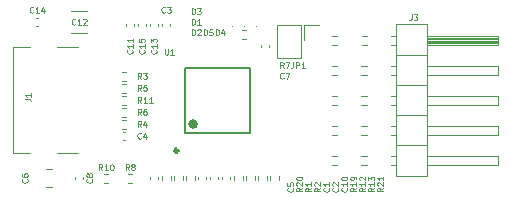
<source format=gbr>
%TF.GenerationSoftware,KiCad,Pcbnew,5.1.10-88a1d61d58~89~ubuntu21.04.1*%
%TF.CreationDate,2021-07-10T21:48:55+08:00*%
%TF.ProjectId,ST_Link_V2.1,53545f4c-696e-46b5-9f56-322e312e6b69,rev?*%
%TF.SameCoordinates,Original*%
%TF.FileFunction,Legend,Top*%
%TF.FilePolarity,Positive*%
%FSLAX46Y46*%
G04 Gerber Fmt 4.6, Leading zero omitted, Abs format (unit mm)*
G04 Created by KiCad (PCBNEW 5.1.10-88a1d61d58~89~ubuntu21.04.1) date 2021-07-10 21:48:55*
%MOMM*%
%LPD*%
G01*
G04 APERTURE LIST*
%ADD10C,0.120000*%
%ADD11C,0.300000*%
%ADD12C,0.400000*%
%ADD13C,0.200000*%
%ADD14C,0.100000*%
G04 APERTURE END LIST*
D10*
%TO.C,R7*%
X75845641Y-78866000D02*
X75538359Y-78866000D01*
X75845641Y-78106000D02*
X75538359Y-78106000D01*
%TO.C,J3*%
X80772000Y-77724000D02*
X82042000Y-77724000D01*
X80772000Y-78994000D02*
X80772000Y-77724000D01*
X85624929Y-89534000D02*
X86079071Y-89534000D01*
X85624929Y-88774000D02*
X86079071Y-88774000D01*
X88164929Y-89534000D02*
X88562000Y-89534000D01*
X88164929Y-88774000D02*
X88562000Y-88774000D01*
X97222000Y-89534000D02*
X91222000Y-89534000D01*
X97222000Y-88774000D02*
X97222000Y-89534000D01*
X91222000Y-88774000D02*
X97222000Y-88774000D01*
X88562000Y-87884000D02*
X91222000Y-87884000D01*
X85624929Y-86994000D02*
X86079071Y-86994000D01*
X85624929Y-86234000D02*
X86079071Y-86234000D01*
X88164929Y-86994000D02*
X88562000Y-86994000D01*
X88164929Y-86234000D02*
X88562000Y-86234000D01*
X97222000Y-86994000D02*
X91222000Y-86994000D01*
X97222000Y-86234000D02*
X97222000Y-86994000D01*
X91222000Y-86234000D02*
X97222000Y-86234000D01*
X88562000Y-85344000D02*
X91222000Y-85344000D01*
X85624929Y-84454000D02*
X86079071Y-84454000D01*
X85624929Y-83694000D02*
X86079071Y-83694000D01*
X88164929Y-84454000D02*
X88562000Y-84454000D01*
X88164929Y-83694000D02*
X88562000Y-83694000D01*
X97222000Y-84454000D02*
X91222000Y-84454000D01*
X97222000Y-83694000D02*
X97222000Y-84454000D01*
X91222000Y-83694000D02*
X97222000Y-83694000D01*
X88562000Y-82804000D02*
X91222000Y-82804000D01*
X85624929Y-81914000D02*
X86079071Y-81914000D01*
X85624929Y-81154000D02*
X86079071Y-81154000D01*
X88164929Y-81914000D02*
X88562000Y-81914000D01*
X88164929Y-81154000D02*
X88562000Y-81154000D01*
X97222000Y-81914000D02*
X91222000Y-81914000D01*
X97222000Y-81154000D02*
X97222000Y-81914000D01*
X91222000Y-81154000D02*
X97222000Y-81154000D01*
X88562000Y-80264000D02*
X91222000Y-80264000D01*
X85692000Y-79374000D02*
X86079071Y-79374000D01*
X85692000Y-78614000D02*
X86079071Y-78614000D01*
X88164929Y-79374000D02*
X88562000Y-79374000D01*
X88164929Y-78614000D02*
X88562000Y-78614000D01*
X91222000Y-79274000D02*
X97222000Y-79274000D01*
X91222000Y-79154000D02*
X97222000Y-79154000D01*
X91222000Y-79034000D02*
X97222000Y-79034000D01*
X91222000Y-78914000D02*
X97222000Y-78914000D01*
X91222000Y-78794000D02*
X97222000Y-78794000D01*
X91222000Y-78674000D02*
X97222000Y-78674000D01*
X97222000Y-79374000D02*
X91222000Y-79374000D01*
X97222000Y-78614000D02*
X97222000Y-79374000D01*
X91222000Y-78614000D02*
X97222000Y-78614000D01*
X91222000Y-77664000D02*
X88562000Y-77664000D01*
X91222000Y-90484000D02*
X91222000Y-77664000D01*
X88562000Y-90484000D02*
X91222000Y-90484000D01*
X88562000Y-77664000D02*
X88562000Y-90484000D01*
X83152000Y-78614000D02*
X83539071Y-78614000D01*
X83152000Y-79374000D02*
X83539071Y-79374000D01*
X83152000Y-81154000D02*
X83539071Y-81154000D01*
X83152000Y-81914000D02*
X83539071Y-81914000D01*
X83152000Y-83694000D02*
X83539071Y-83694000D01*
X83152000Y-84454000D02*
X83539071Y-84454000D01*
X83152000Y-86234000D02*
X83539071Y-86234000D01*
X83152000Y-86994000D02*
X83539071Y-86994000D01*
X83152000Y-88774000D02*
X83539071Y-88774000D01*
X83152000Y-89534000D02*
X83539071Y-89534000D01*
D11*
%TO.C,U1*%
X70106000Y-88349000D02*
G75*
G03*
X70106000Y-88349000I-150000J0D01*
G01*
D12*
X71581000Y-86099000D02*
G75*
G03*
X71581000Y-86099000I-200000J0D01*
G01*
D13*
X70656000Y-86824000D02*
X76156000Y-86824000D01*
X70656000Y-81324000D02*
X76156000Y-81324000D01*
X70656000Y-86824000D02*
X70656000Y-81324000D01*
X76156000Y-86824000D02*
X76156000Y-81324000D01*
D10*
%TO.C,R21*%
X77852000Y-90831641D02*
X77852000Y-90524359D01*
X78612000Y-90831641D02*
X78612000Y-90524359D01*
%TO.C,R20*%
X68707001Y-90831641D02*
X68707001Y-90524359D01*
X69467001Y-90831641D02*
X69467001Y-90524359D01*
%TO.C,R19*%
X75564000Y-90524359D02*
X75564000Y-90831641D01*
X74804000Y-90524359D02*
X74804000Y-90831641D01*
%TO.C,R13*%
X77596000Y-90524359D02*
X77596000Y-90831641D01*
X76836000Y-90524359D02*
X76836000Y-90831641D01*
%TO.C,R12*%
X75820000Y-90831641D02*
X75820000Y-90524359D01*
X76580000Y-90831641D02*
X76580000Y-90524359D01*
%TO.C,R11*%
X65685641Y-83694000D02*
X65378359Y-83694000D01*
X65685641Y-84454000D02*
X65378359Y-84454000D01*
%TO.C,R10*%
X64161641Y-91058000D02*
X63854359Y-91058000D01*
X64161641Y-90298000D02*
X63854359Y-90298000D01*
%TO.C,R8*%
X65886359Y-90298000D02*
X66193641Y-90298000D01*
X65886359Y-91058000D02*
X66193641Y-91058000D01*
%TO.C,R6*%
X65685641Y-85470000D02*
X65378359Y-85470000D01*
X65685641Y-84710000D02*
X65378359Y-84710000D01*
%TO.C,R5*%
X65685641Y-83438000D02*
X65378359Y-83438000D01*
X65685641Y-82678000D02*
X65378359Y-82678000D01*
%TO.C,R4*%
X65685641Y-86486000D02*
X65378359Y-86486000D01*
X65685641Y-85726000D02*
X65378359Y-85726000D01*
%TO.C,R3*%
X65685641Y-82422000D02*
X65378359Y-82422000D01*
X65685641Y-81662000D02*
X65378359Y-81662000D01*
%TO.C,R2*%
X71500000Y-90524359D02*
X71500000Y-90831641D01*
X70740000Y-90524359D02*
X70740000Y-90831641D01*
%TO.C,R1*%
X70484000Y-90524359D02*
X70484000Y-90831641D01*
X69724000Y-90524359D02*
X69724000Y-90831641D01*
%TO.C,JP1*%
X80502000Y-80521000D02*
X78502000Y-80521000D01*
X80502000Y-77721000D02*
X80502000Y-80521000D01*
X78502000Y-77721000D02*
X80502000Y-77721000D01*
X78502000Y-80521000D02*
X78502000Y-77721000D01*
%TO.C,J1*%
X56120000Y-88544000D02*
X56120000Y-79604000D01*
X61630000Y-88544000D02*
X59830000Y-88544000D01*
X56120000Y-88544000D02*
X57580000Y-88544000D01*
X56120000Y-79604000D02*
X57580000Y-79604000D01*
X61630000Y-79604000D02*
X59830000Y-79604000D01*
D14*
%TO.C,D5*%
X75742000Y-77822000D02*
G75*
G03*
X75742000Y-77822000I-50000J0D01*
G01*
%TO.C,D4*%
X76758000Y-77822000D02*
G75*
G03*
X76758000Y-77822000I-50000J0D01*
G01*
%TO.C,D3*%
X72694000Y-76102000D02*
G75*
G03*
X72694000Y-76102000I-50000J0D01*
G01*
%TO.C,D2*%
X74726000Y-77822000D02*
G75*
G03*
X74726000Y-77822000I-50000J0D01*
G01*
%TO.C,D1*%
X73710000Y-76102000D02*
G75*
G03*
X73710000Y-76102000I-50000J0D01*
G01*
D10*
%TO.C,C15*%
X66696000Y-77831836D02*
X66696000Y-77616164D01*
X67416000Y-77831836D02*
X67416000Y-77616164D01*
%TO.C,C14*%
X58273836Y-77830000D02*
X58058164Y-77830000D01*
X58273836Y-77110000D02*
X58058164Y-77110000D01*
%TO.C,C13*%
X67712000Y-77831836D02*
X67712000Y-77616164D01*
X68432000Y-77831836D02*
X68432000Y-77616164D01*
%TO.C,C12*%
X61010748Y-76560000D02*
X62433252Y-76560000D01*
X61010748Y-78380000D02*
X62433252Y-78380000D01*
%TO.C,C11*%
X65680000Y-77831836D02*
X65680000Y-77616164D01*
X66400000Y-77831836D02*
X66400000Y-77616164D01*
%TO.C,C10*%
X74528000Y-90570164D02*
X74528000Y-90785836D01*
X73808000Y-90570164D02*
X73808000Y-90785836D01*
%TO.C,C8*%
X61362000Y-90785836D02*
X61362000Y-90570164D01*
X62082000Y-90785836D02*
X62082000Y-90570164D01*
%TO.C,C7*%
X77110000Y-79609836D02*
X77110000Y-79394164D01*
X77830000Y-79609836D02*
X77830000Y-79394164D01*
%TO.C,C6*%
X59443252Y-91413000D02*
X58920748Y-91413000D01*
X59443252Y-89943000D02*
X58920748Y-89943000D01*
%TO.C,C5*%
X68432000Y-90570164D02*
X68432000Y-90785836D01*
X67712000Y-90570164D02*
X67712000Y-90785836D01*
%TO.C,C4*%
X65639836Y-87482000D02*
X65424164Y-87482000D01*
X65639836Y-86762000D02*
X65424164Y-86762000D01*
%TO.C,C3*%
X68728000Y-77831836D02*
X68728000Y-77616164D01*
X69448000Y-77831836D02*
X69448000Y-77616164D01*
%TO.C,C2*%
X73512000Y-90570164D02*
X73512000Y-90785836D01*
X72792000Y-90570164D02*
X72792000Y-90785836D01*
%TO.C,C1*%
X72496000Y-90570164D02*
X72496000Y-90785836D01*
X71776000Y-90570164D02*
X71776000Y-90785836D01*
%TO.C,R7*%
D14*
X79037666Y-81379190D02*
X78871000Y-81141095D01*
X78751952Y-81379190D02*
X78751952Y-80879190D01*
X78942428Y-80879190D01*
X78990047Y-80903000D01*
X79013857Y-80926809D01*
X79037666Y-80974428D01*
X79037666Y-81045857D01*
X79013857Y-81093476D01*
X78990047Y-81117285D01*
X78942428Y-81141095D01*
X78751952Y-81141095D01*
X79204333Y-80879190D02*
X79537666Y-80879190D01*
X79323380Y-81379190D01*
%TO.C,J3*%
X89876333Y-76815190D02*
X89876333Y-77172333D01*
X89852523Y-77243761D01*
X89804904Y-77291380D01*
X89733476Y-77315190D01*
X89685857Y-77315190D01*
X90066809Y-76815190D02*
X90376333Y-76815190D01*
X90209666Y-77005666D01*
X90281095Y-77005666D01*
X90328714Y-77029476D01*
X90352523Y-77053285D01*
X90376333Y-77100904D01*
X90376333Y-77219952D01*
X90352523Y-77267571D01*
X90328714Y-77291380D01*
X90281095Y-77315190D01*
X90138238Y-77315190D01*
X90090619Y-77291380D01*
X90066809Y-77267571D01*
%TO.C,U1*%
X68961047Y-79736190D02*
X68961047Y-80140952D01*
X68984857Y-80188571D01*
X69008666Y-80212380D01*
X69056285Y-80236190D01*
X69151523Y-80236190D01*
X69199142Y-80212380D01*
X69222952Y-80188571D01*
X69246761Y-80140952D01*
X69246761Y-79736190D01*
X69746761Y-80236190D02*
X69461047Y-80236190D01*
X69603904Y-80236190D02*
X69603904Y-79736190D01*
X69556285Y-79807619D01*
X69508666Y-79855238D01*
X69461047Y-79879047D01*
%TO.C,R21*%
X87475190Y-91507428D02*
X87237095Y-91674095D01*
X87475190Y-91793142D02*
X86975190Y-91793142D01*
X86975190Y-91602666D01*
X86999000Y-91555047D01*
X87022809Y-91531238D01*
X87070428Y-91507428D01*
X87141857Y-91507428D01*
X87189476Y-91531238D01*
X87213285Y-91555047D01*
X87237095Y-91602666D01*
X87237095Y-91793142D01*
X87022809Y-91316952D02*
X86999000Y-91293142D01*
X86975190Y-91245523D01*
X86975190Y-91126476D01*
X86999000Y-91078857D01*
X87022809Y-91055047D01*
X87070428Y-91031238D01*
X87118047Y-91031238D01*
X87189476Y-91055047D01*
X87475190Y-91340761D01*
X87475190Y-91031238D01*
X87475190Y-90555047D02*
X87475190Y-90840761D01*
X87475190Y-90697904D02*
X86975190Y-90697904D01*
X87046619Y-90745523D01*
X87094238Y-90793142D01*
X87118047Y-90840761D01*
%TO.C,R20*%
X80617190Y-91507428D02*
X80379095Y-91674095D01*
X80617190Y-91793142D02*
X80117190Y-91793142D01*
X80117190Y-91602666D01*
X80141000Y-91555047D01*
X80164809Y-91531238D01*
X80212428Y-91507428D01*
X80283857Y-91507428D01*
X80331476Y-91531238D01*
X80355285Y-91555047D01*
X80379095Y-91602666D01*
X80379095Y-91793142D01*
X80164809Y-91316952D02*
X80141000Y-91293142D01*
X80117190Y-91245523D01*
X80117190Y-91126476D01*
X80141000Y-91078857D01*
X80164809Y-91055047D01*
X80212428Y-91031238D01*
X80260047Y-91031238D01*
X80331476Y-91055047D01*
X80617190Y-91340761D01*
X80617190Y-91031238D01*
X80117190Y-90721714D02*
X80117190Y-90674095D01*
X80141000Y-90626476D01*
X80164809Y-90602666D01*
X80212428Y-90578857D01*
X80307666Y-90555047D01*
X80426714Y-90555047D01*
X80521952Y-90578857D01*
X80569571Y-90602666D01*
X80593380Y-90626476D01*
X80617190Y-90674095D01*
X80617190Y-90721714D01*
X80593380Y-90769333D01*
X80569571Y-90793142D01*
X80521952Y-90816952D01*
X80426714Y-90840761D01*
X80307666Y-90840761D01*
X80212428Y-90816952D01*
X80164809Y-90793142D01*
X80141000Y-90769333D01*
X80117190Y-90721714D01*
%TO.C,R19*%
X85189190Y-91507428D02*
X84951095Y-91674095D01*
X85189190Y-91793142D02*
X84689190Y-91793142D01*
X84689190Y-91602666D01*
X84713000Y-91555047D01*
X84736809Y-91531238D01*
X84784428Y-91507428D01*
X84855857Y-91507428D01*
X84903476Y-91531238D01*
X84927285Y-91555047D01*
X84951095Y-91602666D01*
X84951095Y-91793142D01*
X85189190Y-91031238D02*
X85189190Y-91316952D01*
X85189190Y-91174095D02*
X84689190Y-91174095D01*
X84760619Y-91221714D01*
X84808238Y-91269333D01*
X84832047Y-91316952D01*
X85189190Y-90793142D02*
X85189190Y-90697904D01*
X85165380Y-90650285D01*
X85141571Y-90626476D01*
X85070142Y-90578857D01*
X84974904Y-90555047D01*
X84784428Y-90555047D01*
X84736809Y-90578857D01*
X84713000Y-90602666D01*
X84689190Y-90650285D01*
X84689190Y-90745523D01*
X84713000Y-90793142D01*
X84736809Y-90816952D01*
X84784428Y-90840761D01*
X84903476Y-90840761D01*
X84951095Y-90816952D01*
X84974904Y-90793142D01*
X84998714Y-90745523D01*
X84998714Y-90650285D01*
X84974904Y-90602666D01*
X84951095Y-90578857D01*
X84903476Y-90555047D01*
%TO.C,R13*%
X86713190Y-91507428D02*
X86475095Y-91674095D01*
X86713190Y-91793142D02*
X86213190Y-91793142D01*
X86213190Y-91602666D01*
X86237000Y-91555047D01*
X86260809Y-91531238D01*
X86308428Y-91507428D01*
X86379857Y-91507428D01*
X86427476Y-91531238D01*
X86451285Y-91555047D01*
X86475095Y-91602666D01*
X86475095Y-91793142D01*
X86713190Y-91031238D02*
X86713190Y-91316952D01*
X86713190Y-91174095D02*
X86213190Y-91174095D01*
X86284619Y-91221714D01*
X86332238Y-91269333D01*
X86356047Y-91316952D01*
X86213190Y-90864571D02*
X86213190Y-90555047D01*
X86403666Y-90721714D01*
X86403666Y-90650285D01*
X86427476Y-90602666D01*
X86451285Y-90578857D01*
X86498904Y-90555047D01*
X86617952Y-90555047D01*
X86665571Y-90578857D01*
X86689380Y-90602666D01*
X86713190Y-90650285D01*
X86713190Y-90793142D01*
X86689380Y-90840761D01*
X86665571Y-90864571D01*
%TO.C,R12*%
X85951190Y-91507428D02*
X85713095Y-91674095D01*
X85951190Y-91793142D02*
X85451190Y-91793142D01*
X85451190Y-91602666D01*
X85475000Y-91555047D01*
X85498809Y-91531238D01*
X85546428Y-91507428D01*
X85617857Y-91507428D01*
X85665476Y-91531238D01*
X85689285Y-91555047D01*
X85713095Y-91602666D01*
X85713095Y-91793142D01*
X85951190Y-91031238D02*
X85951190Y-91316952D01*
X85951190Y-91174095D02*
X85451190Y-91174095D01*
X85522619Y-91221714D01*
X85570238Y-91269333D01*
X85594047Y-91316952D01*
X85498809Y-90840761D02*
X85475000Y-90816952D01*
X85451190Y-90769333D01*
X85451190Y-90650285D01*
X85475000Y-90602666D01*
X85498809Y-90578857D01*
X85546428Y-90555047D01*
X85594047Y-90555047D01*
X85665476Y-90578857D01*
X85951190Y-90864571D01*
X85951190Y-90555047D01*
%TO.C,R11*%
X66988571Y-84300190D02*
X66821904Y-84062095D01*
X66702857Y-84300190D02*
X66702857Y-83800190D01*
X66893333Y-83800190D01*
X66940952Y-83824000D01*
X66964761Y-83847809D01*
X66988571Y-83895428D01*
X66988571Y-83966857D01*
X66964761Y-84014476D01*
X66940952Y-84038285D01*
X66893333Y-84062095D01*
X66702857Y-84062095D01*
X67464761Y-84300190D02*
X67179047Y-84300190D01*
X67321904Y-84300190D02*
X67321904Y-83800190D01*
X67274285Y-83871619D01*
X67226666Y-83919238D01*
X67179047Y-83943047D01*
X67940952Y-84300190D02*
X67655238Y-84300190D01*
X67798095Y-84300190D02*
X67798095Y-83800190D01*
X67750476Y-83871619D01*
X67702857Y-83919238D01*
X67655238Y-83943047D01*
%TO.C,R10*%
X63686571Y-90015190D02*
X63519904Y-89777095D01*
X63400857Y-90015190D02*
X63400857Y-89515190D01*
X63591333Y-89515190D01*
X63638952Y-89539000D01*
X63662761Y-89562809D01*
X63686571Y-89610428D01*
X63686571Y-89681857D01*
X63662761Y-89729476D01*
X63638952Y-89753285D01*
X63591333Y-89777095D01*
X63400857Y-89777095D01*
X64162761Y-90015190D02*
X63877047Y-90015190D01*
X64019904Y-90015190D02*
X64019904Y-89515190D01*
X63972285Y-89586619D01*
X63924666Y-89634238D01*
X63877047Y-89658047D01*
X64472285Y-89515190D02*
X64519904Y-89515190D01*
X64567523Y-89539000D01*
X64591333Y-89562809D01*
X64615142Y-89610428D01*
X64638952Y-89705666D01*
X64638952Y-89824714D01*
X64615142Y-89919952D01*
X64591333Y-89967571D01*
X64567523Y-89991380D01*
X64519904Y-90015190D01*
X64472285Y-90015190D01*
X64424666Y-89991380D01*
X64400857Y-89967571D01*
X64377047Y-89919952D01*
X64353238Y-89824714D01*
X64353238Y-89705666D01*
X64377047Y-89610428D01*
X64400857Y-89562809D01*
X64424666Y-89539000D01*
X64472285Y-89515190D01*
%TO.C,R8*%
X65956666Y-90015190D02*
X65790000Y-89777095D01*
X65670952Y-90015190D02*
X65670952Y-89515190D01*
X65861428Y-89515190D01*
X65909047Y-89539000D01*
X65932857Y-89562809D01*
X65956666Y-89610428D01*
X65956666Y-89681857D01*
X65932857Y-89729476D01*
X65909047Y-89753285D01*
X65861428Y-89777095D01*
X65670952Y-89777095D01*
X66242380Y-89729476D02*
X66194761Y-89705666D01*
X66170952Y-89681857D01*
X66147142Y-89634238D01*
X66147142Y-89610428D01*
X66170952Y-89562809D01*
X66194761Y-89539000D01*
X66242380Y-89515190D01*
X66337619Y-89515190D01*
X66385238Y-89539000D01*
X66409047Y-89562809D01*
X66432857Y-89610428D01*
X66432857Y-89634238D01*
X66409047Y-89681857D01*
X66385238Y-89705666D01*
X66337619Y-89729476D01*
X66242380Y-89729476D01*
X66194761Y-89753285D01*
X66170952Y-89777095D01*
X66147142Y-89824714D01*
X66147142Y-89919952D01*
X66170952Y-89967571D01*
X66194761Y-89991380D01*
X66242380Y-90015190D01*
X66337619Y-90015190D01*
X66385238Y-89991380D01*
X66409047Y-89967571D01*
X66432857Y-89919952D01*
X66432857Y-89824714D01*
X66409047Y-89777095D01*
X66385238Y-89753285D01*
X66337619Y-89729476D01*
%TO.C,R6*%
X66972666Y-85316190D02*
X66806000Y-85078095D01*
X66686952Y-85316190D02*
X66686952Y-84816190D01*
X66877428Y-84816190D01*
X66925047Y-84840000D01*
X66948857Y-84863809D01*
X66972666Y-84911428D01*
X66972666Y-84982857D01*
X66948857Y-85030476D01*
X66925047Y-85054285D01*
X66877428Y-85078095D01*
X66686952Y-85078095D01*
X67401238Y-84816190D02*
X67306000Y-84816190D01*
X67258380Y-84840000D01*
X67234571Y-84863809D01*
X67186952Y-84935238D01*
X67163142Y-85030476D01*
X67163142Y-85220952D01*
X67186952Y-85268571D01*
X67210761Y-85292380D01*
X67258380Y-85316190D01*
X67353619Y-85316190D01*
X67401238Y-85292380D01*
X67425047Y-85268571D01*
X67448857Y-85220952D01*
X67448857Y-85101904D01*
X67425047Y-85054285D01*
X67401238Y-85030476D01*
X67353619Y-85006666D01*
X67258380Y-85006666D01*
X67210761Y-85030476D01*
X67186952Y-85054285D01*
X67163142Y-85101904D01*
%TO.C,R5*%
X66972666Y-83284190D02*
X66806000Y-83046095D01*
X66686952Y-83284190D02*
X66686952Y-82784190D01*
X66877428Y-82784190D01*
X66925047Y-82808000D01*
X66948857Y-82831809D01*
X66972666Y-82879428D01*
X66972666Y-82950857D01*
X66948857Y-82998476D01*
X66925047Y-83022285D01*
X66877428Y-83046095D01*
X66686952Y-83046095D01*
X67425047Y-82784190D02*
X67186952Y-82784190D01*
X67163142Y-83022285D01*
X67186952Y-82998476D01*
X67234571Y-82974666D01*
X67353619Y-82974666D01*
X67401238Y-82998476D01*
X67425047Y-83022285D01*
X67448857Y-83069904D01*
X67448857Y-83188952D01*
X67425047Y-83236571D01*
X67401238Y-83260380D01*
X67353619Y-83284190D01*
X67234571Y-83284190D01*
X67186952Y-83260380D01*
X67163142Y-83236571D01*
%TO.C,R4*%
X66972666Y-86332190D02*
X66806000Y-86094095D01*
X66686952Y-86332190D02*
X66686952Y-85832190D01*
X66877428Y-85832190D01*
X66925047Y-85856000D01*
X66948857Y-85879809D01*
X66972666Y-85927428D01*
X66972666Y-85998857D01*
X66948857Y-86046476D01*
X66925047Y-86070285D01*
X66877428Y-86094095D01*
X66686952Y-86094095D01*
X67401238Y-85998857D02*
X67401238Y-86332190D01*
X67282190Y-85808380D02*
X67163142Y-86165523D01*
X67472666Y-86165523D01*
%TO.C,R3*%
X66972666Y-82268190D02*
X66806000Y-82030095D01*
X66686952Y-82268190D02*
X66686952Y-81768190D01*
X66877428Y-81768190D01*
X66925047Y-81792000D01*
X66948857Y-81815809D01*
X66972666Y-81863428D01*
X66972666Y-81934857D01*
X66948857Y-81982476D01*
X66925047Y-82006285D01*
X66877428Y-82030095D01*
X66686952Y-82030095D01*
X67139333Y-81768190D02*
X67448857Y-81768190D01*
X67282190Y-81958666D01*
X67353619Y-81958666D01*
X67401238Y-81982476D01*
X67425047Y-82006285D01*
X67448857Y-82053904D01*
X67448857Y-82172952D01*
X67425047Y-82220571D01*
X67401238Y-82244380D01*
X67353619Y-82268190D01*
X67210761Y-82268190D01*
X67163142Y-82244380D01*
X67139333Y-82220571D01*
%TO.C,R2*%
X82141190Y-91523333D02*
X81903095Y-91690000D01*
X82141190Y-91809047D02*
X81641190Y-91809047D01*
X81641190Y-91618571D01*
X81665000Y-91570952D01*
X81688809Y-91547142D01*
X81736428Y-91523333D01*
X81807857Y-91523333D01*
X81855476Y-91547142D01*
X81879285Y-91570952D01*
X81903095Y-91618571D01*
X81903095Y-91809047D01*
X81688809Y-91332857D02*
X81665000Y-91309047D01*
X81641190Y-91261428D01*
X81641190Y-91142380D01*
X81665000Y-91094761D01*
X81688809Y-91070952D01*
X81736428Y-91047142D01*
X81784047Y-91047142D01*
X81855476Y-91070952D01*
X82141190Y-91356666D01*
X82141190Y-91047142D01*
%TO.C,R1*%
X81379190Y-91523333D02*
X81141095Y-91690000D01*
X81379190Y-91809047D02*
X80879190Y-91809047D01*
X80879190Y-91618571D01*
X80903000Y-91570952D01*
X80926809Y-91547142D01*
X80974428Y-91523333D01*
X81045857Y-91523333D01*
X81093476Y-91547142D01*
X81117285Y-91570952D01*
X81141095Y-91618571D01*
X81141095Y-91809047D01*
X81379190Y-91047142D02*
X81379190Y-91332857D01*
X81379190Y-91190000D02*
X80879190Y-91190000D01*
X80950619Y-91237619D01*
X80998238Y-91285238D01*
X81022047Y-91332857D01*
%TO.C,JP1*%
X79847333Y-80879190D02*
X79847333Y-81236333D01*
X79823523Y-81307761D01*
X79775904Y-81355380D01*
X79704476Y-81379190D01*
X79656857Y-81379190D01*
X80085428Y-81379190D02*
X80085428Y-80879190D01*
X80275904Y-80879190D01*
X80323523Y-80903000D01*
X80347333Y-80926809D01*
X80371142Y-80974428D01*
X80371142Y-81045857D01*
X80347333Y-81093476D01*
X80323523Y-81117285D01*
X80275904Y-81141095D01*
X80085428Y-81141095D01*
X80847333Y-81379190D02*
X80561619Y-81379190D01*
X80704476Y-81379190D02*
X80704476Y-80879190D01*
X80656857Y-80950619D01*
X80609238Y-80998238D01*
X80561619Y-81022047D01*
%TO.C,J1*%
X57130190Y-83986666D02*
X57487333Y-83986666D01*
X57558761Y-84010476D01*
X57606380Y-84058095D01*
X57630190Y-84129523D01*
X57630190Y-84177142D01*
X57630190Y-83486666D02*
X57630190Y-83772380D01*
X57630190Y-83629523D02*
X57130190Y-83629523D01*
X57201619Y-83677142D01*
X57249238Y-83724761D01*
X57273047Y-83772380D01*
%TO.C,D5*%
X72274952Y-78585190D02*
X72274952Y-78085190D01*
X72394000Y-78085190D01*
X72465428Y-78109000D01*
X72513047Y-78156619D01*
X72536857Y-78204238D01*
X72560666Y-78299476D01*
X72560666Y-78370904D01*
X72536857Y-78466142D01*
X72513047Y-78513761D01*
X72465428Y-78561380D01*
X72394000Y-78585190D01*
X72274952Y-78585190D01*
X73013047Y-78085190D02*
X72774952Y-78085190D01*
X72751142Y-78323285D01*
X72774952Y-78299476D01*
X72822571Y-78275666D01*
X72941619Y-78275666D01*
X72989238Y-78299476D01*
X73013047Y-78323285D01*
X73036857Y-78370904D01*
X73036857Y-78489952D01*
X73013047Y-78537571D01*
X72989238Y-78561380D01*
X72941619Y-78585190D01*
X72822571Y-78585190D01*
X72774952Y-78561380D01*
X72751142Y-78537571D01*
%TO.C,D4*%
X73290952Y-78585190D02*
X73290952Y-78085190D01*
X73410000Y-78085190D01*
X73481428Y-78109000D01*
X73529047Y-78156619D01*
X73552857Y-78204238D01*
X73576666Y-78299476D01*
X73576666Y-78370904D01*
X73552857Y-78466142D01*
X73529047Y-78513761D01*
X73481428Y-78561380D01*
X73410000Y-78585190D01*
X73290952Y-78585190D01*
X74005238Y-78251857D02*
X74005238Y-78585190D01*
X73886190Y-78061380D02*
X73767142Y-78418523D01*
X74076666Y-78418523D01*
%TO.C,D3*%
X71258952Y-76807190D02*
X71258952Y-76307190D01*
X71378000Y-76307190D01*
X71449428Y-76331000D01*
X71497047Y-76378619D01*
X71520857Y-76426238D01*
X71544666Y-76521476D01*
X71544666Y-76592904D01*
X71520857Y-76688142D01*
X71497047Y-76735761D01*
X71449428Y-76783380D01*
X71378000Y-76807190D01*
X71258952Y-76807190D01*
X71711333Y-76307190D02*
X72020857Y-76307190D01*
X71854190Y-76497666D01*
X71925619Y-76497666D01*
X71973238Y-76521476D01*
X71997047Y-76545285D01*
X72020857Y-76592904D01*
X72020857Y-76711952D01*
X71997047Y-76759571D01*
X71973238Y-76783380D01*
X71925619Y-76807190D01*
X71782761Y-76807190D01*
X71735142Y-76783380D01*
X71711333Y-76759571D01*
%TO.C,D2*%
X71258952Y-78585190D02*
X71258952Y-78085190D01*
X71378000Y-78085190D01*
X71449428Y-78109000D01*
X71497047Y-78156619D01*
X71520857Y-78204238D01*
X71544666Y-78299476D01*
X71544666Y-78370904D01*
X71520857Y-78466142D01*
X71497047Y-78513761D01*
X71449428Y-78561380D01*
X71378000Y-78585190D01*
X71258952Y-78585190D01*
X71735142Y-78132809D02*
X71758952Y-78109000D01*
X71806571Y-78085190D01*
X71925619Y-78085190D01*
X71973238Y-78109000D01*
X71997047Y-78132809D01*
X72020857Y-78180428D01*
X72020857Y-78228047D01*
X71997047Y-78299476D01*
X71711333Y-78585190D01*
X72020857Y-78585190D01*
%TO.C,D1*%
X71258952Y-77696190D02*
X71258952Y-77196190D01*
X71378000Y-77196190D01*
X71449428Y-77220000D01*
X71497047Y-77267619D01*
X71520857Y-77315238D01*
X71544666Y-77410476D01*
X71544666Y-77481904D01*
X71520857Y-77577142D01*
X71497047Y-77624761D01*
X71449428Y-77672380D01*
X71378000Y-77696190D01*
X71258952Y-77696190D01*
X72020857Y-77696190D02*
X71735142Y-77696190D01*
X71878000Y-77696190D02*
X71878000Y-77196190D01*
X71830380Y-77267619D01*
X71782761Y-77315238D01*
X71735142Y-77339047D01*
%TO.C,C15*%
X67234571Y-79823428D02*
X67258380Y-79847238D01*
X67282190Y-79918666D01*
X67282190Y-79966285D01*
X67258380Y-80037714D01*
X67210761Y-80085333D01*
X67163142Y-80109142D01*
X67067904Y-80132952D01*
X66996476Y-80132952D01*
X66901238Y-80109142D01*
X66853619Y-80085333D01*
X66806000Y-80037714D01*
X66782190Y-79966285D01*
X66782190Y-79918666D01*
X66806000Y-79847238D01*
X66829809Y-79823428D01*
X67282190Y-79347238D02*
X67282190Y-79632952D01*
X67282190Y-79490095D02*
X66782190Y-79490095D01*
X66853619Y-79537714D01*
X66901238Y-79585333D01*
X66925047Y-79632952D01*
X66782190Y-78894857D02*
X66782190Y-79132952D01*
X67020285Y-79156761D01*
X66996476Y-79132952D01*
X66972666Y-79085333D01*
X66972666Y-78966285D01*
X66996476Y-78918666D01*
X67020285Y-78894857D01*
X67067904Y-78871047D01*
X67186952Y-78871047D01*
X67234571Y-78894857D01*
X67258380Y-78918666D01*
X67282190Y-78966285D01*
X67282190Y-79085333D01*
X67258380Y-79132952D01*
X67234571Y-79156761D01*
%TO.C,C14*%
X57844571Y-76632571D02*
X57820761Y-76656380D01*
X57749333Y-76680190D01*
X57701714Y-76680190D01*
X57630285Y-76656380D01*
X57582666Y-76608761D01*
X57558857Y-76561142D01*
X57535047Y-76465904D01*
X57535047Y-76394476D01*
X57558857Y-76299238D01*
X57582666Y-76251619D01*
X57630285Y-76204000D01*
X57701714Y-76180190D01*
X57749333Y-76180190D01*
X57820761Y-76204000D01*
X57844571Y-76227809D01*
X58320761Y-76680190D02*
X58035047Y-76680190D01*
X58177904Y-76680190D02*
X58177904Y-76180190D01*
X58130285Y-76251619D01*
X58082666Y-76299238D01*
X58035047Y-76323047D01*
X58749333Y-76346857D02*
X58749333Y-76680190D01*
X58630285Y-76156380D02*
X58511238Y-76513523D01*
X58820761Y-76513523D01*
%TO.C,C13*%
X68250571Y-79823428D02*
X68274380Y-79847238D01*
X68298190Y-79918666D01*
X68298190Y-79966285D01*
X68274380Y-80037714D01*
X68226761Y-80085333D01*
X68179142Y-80109142D01*
X68083904Y-80132952D01*
X68012476Y-80132952D01*
X67917238Y-80109142D01*
X67869619Y-80085333D01*
X67822000Y-80037714D01*
X67798190Y-79966285D01*
X67798190Y-79918666D01*
X67822000Y-79847238D01*
X67845809Y-79823428D01*
X68298190Y-79347238D02*
X68298190Y-79632952D01*
X68298190Y-79490095D02*
X67798190Y-79490095D01*
X67869619Y-79537714D01*
X67917238Y-79585333D01*
X67941047Y-79632952D01*
X67798190Y-79180571D02*
X67798190Y-78871047D01*
X67988666Y-79037714D01*
X67988666Y-78966285D01*
X68012476Y-78918666D01*
X68036285Y-78894857D01*
X68083904Y-78871047D01*
X68202952Y-78871047D01*
X68250571Y-78894857D01*
X68274380Y-78918666D01*
X68298190Y-78966285D01*
X68298190Y-79109142D01*
X68274380Y-79156761D01*
X68250571Y-79180571D01*
%TO.C,C12*%
X61400571Y-77648571D02*
X61376761Y-77672380D01*
X61305333Y-77696190D01*
X61257714Y-77696190D01*
X61186285Y-77672380D01*
X61138666Y-77624761D01*
X61114857Y-77577142D01*
X61091047Y-77481904D01*
X61091047Y-77410476D01*
X61114857Y-77315238D01*
X61138666Y-77267619D01*
X61186285Y-77220000D01*
X61257714Y-77196190D01*
X61305333Y-77196190D01*
X61376761Y-77220000D01*
X61400571Y-77243809D01*
X61876761Y-77696190D02*
X61591047Y-77696190D01*
X61733904Y-77696190D02*
X61733904Y-77196190D01*
X61686285Y-77267619D01*
X61638666Y-77315238D01*
X61591047Y-77339047D01*
X62067238Y-77243809D02*
X62091047Y-77220000D01*
X62138666Y-77196190D01*
X62257714Y-77196190D01*
X62305333Y-77220000D01*
X62329142Y-77243809D01*
X62352952Y-77291428D01*
X62352952Y-77339047D01*
X62329142Y-77410476D01*
X62043428Y-77696190D01*
X62352952Y-77696190D01*
%TO.C,C11*%
X66218571Y-79823428D02*
X66242380Y-79847238D01*
X66266190Y-79918666D01*
X66266190Y-79966285D01*
X66242380Y-80037714D01*
X66194761Y-80085333D01*
X66147142Y-80109142D01*
X66051904Y-80132952D01*
X65980476Y-80132952D01*
X65885238Y-80109142D01*
X65837619Y-80085333D01*
X65790000Y-80037714D01*
X65766190Y-79966285D01*
X65766190Y-79918666D01*
X65790000Y-79847238D01*
X65813809Y-79823428D01*
X66266190Y-79347238D02*
X66266190Y-79632952D01*
X66266190Y-79490095D02*
X65766190Y-79490095D01*
X65837619Y-79537714D01*
X65885238Y-79585333D01*
X65909047Y-79632952D01*
X66266190Y-78871047D02*
X66266190Y-79156761D01*
X66266190Y-79013904D02*
X65766190Y-79013904D01*
X65837619Y-79061523D01*
X65885238Y-79109142D01*
X65909047Y-79156761D01*
%TO.C,C10*%
X84379571Y-91507428D02*
X84403380Y-91531238D01*
X84427190Y-91602666D01*
X84427190Y-91650285D01*
X84403380Y-91721714D01*
X84355761Y-91769333D01*
X84308142Y-91793142D01*
X84212904Y-91816952D01*
X84141476Y-91816952D01*
X84046238Y-91793142D01*
X83998619Y-91769333D01*
X83951000Y-91721714D01*
X83927190Y-91650285D01*
X83927190Y-91602666D01*
X83951000Y-91531238D01*
X83974809Y-91507428D01*
X84427190Y-91031238D02*
X84427190Y-91316952D01*
X84427190Y-91174095D02*
X83927190Y-91174095D01*
X83998619Y-91221714D01*
X84046238Y-91269333D01*
X84070047Y-91316952D01*
X83927190Y-90721714D02*
X83927190Y-90674095D01*
X83951000Y-90626476D01*
X83974809Y-90602666D01*
X84022428Y-90578857D01*
X84117666Y-90555047D01*
X84236714Y-90555047D01*
X84331952Y-90578857D01*
X84379571Y-90602666D01*
X84403380Y-90626476D01*
X84427190Y-90674095D01*
X84427190Y-90721714D01*
X84403380Y-90769333D01*
X84379571Y-90793142D01*
X84331952Y-90816952D01*
X84236714Y-90840761D01*
X84117666Y-90840761D01*
X84022428Y-90816952D01*
X83974809Y-90793142D01*
X83951000Y-90769333D01*
X83927190Y-90721714D01*
%TO.C,C8*%
X62789571Y-90761333D02*
X62813380Y-90785142D01*
X62837190Y-90856571D01*
X62837190Y-90904190D01*
X62813380Y-90975619D01*
X62765761Y-91023238D01*
X62718142Y-91047047D01*
X62622904Y-91070857D01*
X62551476Y-91070857D01*
X62456238Y-91047047D01*
X62408619Y-91023238D01*
X62361000Y-90975619D01*
X62337190Y-90904190D01*
X62337190Y-90856571D01*
X62361000Y-90785142D01*
X62384809Y-90761333D01*
X62551476Y-90475619D02*
X62527666Y-90523238D01*
X62503857Y-90547047D01*
X62456238Y-90570857D01*
X62432428Y-90570857D01*
X62384809Y-90547047D01*
X62361000Y-90523238D01*
X62337190Y-90475619D01*
X62337190Y-90380380D01*
X62361000Y-90332761D01*
X62384809Y-90308952D01*
X62432428Y-90285142D01*
X62456238Y-90285142D01*
X62503857Y-90308952D01*
X62527666Y-90332761D01*
X62551476Y-90380380D01*
X62551476Y-90475619D01*
X62575285Y-90523238D01*
X62599095Y-90547047D01*
X62646714Y-90570857D01*
X62741952Y-90570857D01*
X62789571Y-90547047D01*
X62813380Y-90523238D01*
X62837190Y-90475619D01*
X62837190Y-90380380D01*
X62813380Y-90332761D01*
X62789571Y-90308952D01*
X62741952Y-90285142D01*
X62646714Y-90285142D01*
X62599095Y-90308952D01*
X62575285Y-90332761D01*
X62551476Y-90380380D01*
%TO.C,C7*%
X79037666Y-82220571D02*
X79013857Y-82244380D01*
X78942428Y-82268190D01*
X78894809Y-82268190D01*
X78823380Y-82244380D01*
X78775761Y-82196761D01*
X78751952Y-82149142D01*
X78728142Y-82053904D01*
X78728142Y-81982476D01*
X78751952Y-81887238D01*
X78775761Y-81839619D01*
X78823380Y-81792000D01*
X78894809Y-81768190D01*
X78942428Y-81768190D01*
X79013857Y-81792000D01*
X79037666Y-81815809D01*
X79204333Y-81768190D02*
X79537666Y-81768190D01*
X79323380Y-82268190D01*
%TO.C,C6*%
X57328571Y-90761333D02*
X57352380Y-90785142D01*
X57376190Y-90856571D01*
X57376190Y-90904190D01*
X57352380Y-90975619D01*
X57304761Y-91023238D01*
X57257142Y-91047047D01*
X57161904Y-91070857D01*
X57090476Y-91070857D01*
X56995238Y-91047047D01*
X56947619Y-91023238D01*
X56900000Y-90975619D01*
X56876190Y-90904190D01*
X56876190Y-90856571D01*
X56900000Y-90785142D01*
X56923809Y-90761333D01*
X56876190Y-90332761D02*
X56876190Y-90428000D01*
X56900000Y-90475619D01*
X56923809Y-90499428D01*
X56995238Y-90547047D01*
X57090476Y-90570857D01*
X57280952Y-90570857D01*
X57328571Y-90547047D01*
X57352380Y-90523238D01*
X57376190Y-90475619D01*
X57376190Y-90380380D01*
X57352380Y-90332761D01*
X57328571Y-90308952D01*
X57280952Y-90285142D01*
X57161904Y-90285142D01*
X57114285Y-90308952D01*
X57090476Y-90332761D01*
X57066666Y-90380380D01*
X57066666Y-90475619D01*
X57090476Y-90523238D01*
X57114285Y-90547047D01*
X57161904Y-90570857D01*
%TO.C,C5*%
X79807571Y-91523333D02*
X79831380Y-91547142D01*
X79855190Y-91618571D01*
X79855190Y-91666190D01*
X79831380Y-91737619D01*
X79783761Y-91785238D01*
X79736142Y-91809047D01*
X79640904Y-91832857D01*
X79569476Y-91832857D01*
X79474238Y-91809047D01*
X79426619Y-91785238D01*
X79379000Y-91737619D01*
X79355190Y-91666190D01*
X79355190Y-91618571D01*
X79379000Y-91547142D01*
X79402809Y-91523333D01*
X79355190Y-91070952D02*
X79355190Y-91309047D01*
X79593285Y-91332857D01*
X79569476Y-91309047D01*
X79545666Y-91261428D01*
X79545666Y-91142380D01*
X79569476Y-91094761D01*
X79593285Y-91070952D01*
X79640904Y-91047142D01*
X79759952Y-91047142D01*
X79807571Y-91070952D01*
X79831380Y-91094761D01*
X79855190Y-91142380D01*
X79855190Y-91261428D01*
X79831380Y-91309047D01*
X79807571Y-91332857D01*
%TO.C,C4*%
X66972666Y-87300571D02*
X66948857Y-87324380D01*
X66877428Y-87348190D01*
X66829809Y-87348190D01*
X66758380Y-87324380D01*
X66710761Y-87276761D01*
X66686952Y-87229142D01*
X66663142Y-87133904D01*
X66663142Y-87062476D01*
X66686952Y-86967238D01*
X66710761Y-86919619D01*
X66758380Y-86872000D01*
X66829809Y-86848190D01*
X66877428Y-86848190D01*
X66948857Y-86872000D01*
X66972666Y-86895809D01*
X67401238Y-87014857D02*
X67401238Y-87348190D01*
X67282190Y-86824380D02*
X67163142Y-87181523D01*
X67472666Y-87181523D01*
%TO.C,C3*%
X69004666Y-76632571D02*
X68980857Y-76656380D01*
X68909428Y-76680190D01*
X68861809Y-76680190D01*
X68790380Y-76656380D01*
X68742761Y-76608761D01*
X68718952Y-76561142D01*
X68695142Y-76465904D01*
X68695142Y-76394476D01*
X68718952Y-76299238D01*
X68742761Y-76251619D01*
X68790380Y-76204000D01*
X68861809Y-76180190D01*
X68909428Y-76180190D01*
X68980857Y-76204000D01*
X69004666Y-76227809D01*
X69171333Y-76180190D02*
X69480857Y-76180190D01*
X69314190Y-76370666D01*
X69385619Y-76370666D01*
X69433238Y-76394476D01*
X69457047Y-76418285D01*
X69480857Y-76465904D01*
X69480857Y-76584952D01*
X69457047Y-76632571D01*
X69433238Y-76656380D01*
X69385619Y-76680190D01*
X69242761Y-76680190D01*
X69195142Y-76656380D01*
X69171333Y-76632571D01*
%TO.C,C2*%
X83617571Y-91523333D02*
X83641380Y-91547142D01*
X83665190Y-91618571D01*
X83665190Y-91666190D01*
X83641380Y-91737619D01*
X83593761Y-91785238D01*
X83546142Y-91809047D01*
X83450904Y-91832857D01*
X83379476Y-91832857D01*
X83284238Y-91809047D01*
X83236619Y-91785238D01*
X83189000Y-91737619D01*
X83165190Y-91666190D01*
X83165190Y-91618571D01*
X83189000Y-91547142D01*
X83212809Y-91523333D01*
X83212809Y-91332857D02*
X83189000Y-91309047D01*
X83165190Y-91261428D01*
X83165190Y-91142380D01*
X83189000Y-91094761D01*
X83212809Y-91070952D01*
X83260428Y-91047142D01*
X83308047Y-91047142D01*
X83379476Y-91070952D01*
X83665190Y-91356666D01*
X83665190Y-91047142D01*
%TO.C,C1*%
X82855571Y-91523333D02*
X82879380Y-91547142D01*
X82903190Y-91618571D01*
X82903190Y-91666190D01*
X82879380Y-91737619D01*
X82831761Y-91785238D01*
X82784142Y-91809047D01*
X82688904Y-91832857D01*
X82617476Y-91832857D01*
X82522238Y-91809047D01*
X82474619Y-91785238D01*
X82427000Y-91737619D01*
X82403190Y-91666190D01*
X82403190Y-91618571D01*
X82427000Y-91547142D01*
X82450809Y-91523333D01*
X82903190Y-91047142D02*
X82903190Y-91332857D01*
X82903190Y-91190000D02*
X82403190Y-91190000D01*
X82474619Y-91237619D01*
X82522238Y-91285238D01*
X82546047Y-91332857D01*
%TD*%
M02*

</source>
